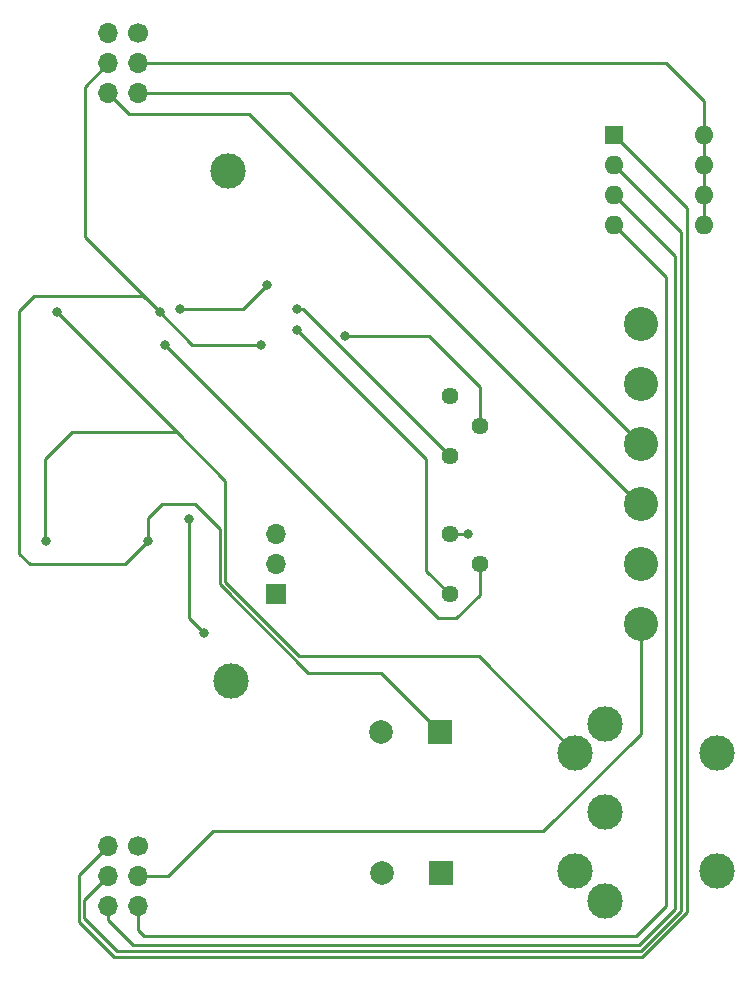
<source format=gbr>
%TF.GenerationSoftware,KiCad,Pcbnew,(7.0.0)*%
%TF.CreationDate,2023-12-04T19:23:21-08:00*%
%TF.ProjectId,Bottom_Board,426f7474-6f6d-45f4-926f-6172642e6b69,0*%
%TF.SameCoordinates,Original*%
%TF.FileFunction,Copper,L1,Top*%
%TF.FilePolarity,Positive*%
%FSLAX46Y46*%
G04 Gerber Fmt 4.6, Leading zero omitted, Abs format (unit mm)*
G04 Created by KiCad (PCBNEW (7.0.0)) date 2023-12-04 19:23:21*
%MOMM*%
%LPD*%
G01*
G04 APERTURE LIST*
%TA.AperFunction,ComponentPad*%
%ADD10R,2.000000X2.000000*%
%TD*%
%TA.AperFunction,ComponentPad*%
%ADD11C,2.000000*%
%TD*%
%TA.AperFunction,ComponentPad*%
%ADD12C,3.000000*%
%TD*%
%TA.AperFunction,ComponentPad*%
%ADD13C,1.700000*%
%TD*%
%TA.AperFunction,ComponentPad*%
%ADD14O,1.700000X1.700000*%
%TD*%
%TA.AperFunction,ComponentPad*%
%ADD15C,2.880000*%
%TD*%
%TA.AperFunction,ComponentPad*%
%ADD16C,1.440000*%
%TD*%
%TA.AperFunction,ComponentPad*%
%ADD17R,1.600000X1.600000*%
%TD*%
%TA.AperFunction,ComponentPad*%
%ADD18O,1.600000X1.600000*%
%TD*%
%TA.AperFunction,ComponentPad*%
%ADD19R,1.700000X1.700000*%
%TD*%
%TA.AperFunction,ViaPad*%
%ADD20C,0.800000*%
%TD*%
%TA.AperFunction,Conductor*%
%ADD21C,0.250000*%
%TD*%
G04 APERTURE END LIST*
D10*
%TO.P,C2,1*%
%TO.N,5V*%
X149270322Y-127507999D03*
D11*
%TO.P,C2,2*%
%TO.N,AN1*%
X144270323Y-127508000D03*
%TD*%
D12*
%TO.P,J5,1*%
%TO.N,AN1*%
X163220000Y-126786000D03*
%TO.P,J5,2*%
X163220000Y-134286000D03*
%TO.P,J5,3*%
%TO.N,5V*%
X163220000Y-141786000D03*
%TO.P,J5,4*%
%TO.N,-5V*%
X160720000Y-129286000D03*
%TO.P,J5,5*%
%TO.N,12V*%
X160720000Y-139286000D03*
%TO.P,J5,6*%
%TO.N,AN1*%
X172720000Y-129286000D03*
%TO.P,J5,7*%
X172720000Y-139286000D03*
%TD*%
D10*
%TO.P,C3,1*%
%TO.N,5V*%
X149351999Y-139445999D03*
D11*
%TO.P,C3,2*%
%TO.N,AN1*%
X144352000Y-139446000D03*
%TD*%
D13*
%TO.P,J2,1,Pin_1*%
%TO.N,AN0*%
X123698000Y-68326000D03*
D14*
%TO.P,J2,2,Pin_2*%
%TO.N,AN1*%
X121157999Y-68325999D03*
%TO.P,J2,3,Pin_3*%
X123697999Y-70865999D03*
%TO.P,J2,4,Pin_4*%
%TO.N,5V*%
X121157999Y-70865999D03*
%TO.P,J2,5,Pin_5*%
%TO.N,AN2*%
X123697999Y-73405999D03*
%TO.P,J2,6,Pin_6*%
%TO.N,AN3*%
X121157999Y-73405999D03*
%TD*%
D15*
%TO.P,J3,1,Pin_1*%
%TO.N,D11*%
X166250125Y-118364000D03*
%TO.P,J3,2,Pin_2*%
%TO.N,AN1*%
X166250125Y-113284000D03*
%TO.P,J3,3,Pin_3*%
%TO.N,AN3*%
X166250125Y-108204000D03*
%TO.P,J3,4,Pin_4*%
%TO.N,AN2*%
X166250125Y-103124000D03*
%TO.P,J3,5,Pin_5*%
%TO.N,AN1*%
X166250125Y-98044000D03*
%TO.P,J3,6,Pin_6*%
%TO.N,E23_INPUT*%
X166250125Y-92964000D03*
%TD*%
D12*
%TO.P,TP1,1,1*%
%TO.N,Net-(C4-Pad1)*%
X131572000Y-123190000D03*
%TD*%
D13*
%TO.P,J1,1,Pin_1*%
%TO.N,D17*%
X123698000Y-137160000D03*
D14*
%TO.P,J1,2,Pin_2*%
%TO.N,D43*%
X121157999Y-137159999D03*
%TO.P,J1,3,Pin_3*%
%TO.N,D11*%
X123697999Y-139699999D03*
%TO.P,J1,4,Pin_4*%
%TO.N,D44*%
X121157999Y-139699999D03*
%TO.P,J1,5,Pin_5*%
%TO.N,D10*%
X123697999Y-142239999D03*
%TO.P,J1,6,Pin_6*%
%TO.N,D18*%
X121157999Y-142239999D03*
%TD*%
D16*
%TO.P,RV2,1,1*%
%TO.N,Net-(R15-Pad2)*%
X150070000Y-115824000D03*
%TO.P,RV2,2,2*%
%TO.N,Net-(U1B--)*%
X152610000Y-113284000D03*
%TO.P,RV2,3,3*%
%TO.N,Net-(R18-Pad1)*%
X150070000Y-110744000D03*
%TD*%
D17*
%TO.P,SW2,1*%
%TO.N,D43*%
X163956999Y-76933229D03*
D18*
%TO.P,SW2,2*%
%TO.N,D44*%
X163956999Y-79473229D03*
%TO.P,SW2,3*%
%TO.N,D18*%
X163956999Y-82013229D03*
%TO.P,SW2,4*%
%TO.N,D10*%
X163956999Y-84553229D03*
%TO.P,SW2,5*%
%TO.N,AN1*%
X171576999Y-84553229D03*
%TO.P,SW2,6*%
X171576999Y-82013229D03*
%TO.P,SW2,7*%
X171576999Y-79473229D03*
%TO.P,SW2,8*%
X171576999Y-76933229D03*
%TD*%
D12*
%TO.P,TP2,1,1*%
%TO.N,Net-(U1D--)*%
X131318000Y-80010000D03*
%TD*%
D16*
%TO.P,RV1,1,1*%
%TO.N,Net-(R2-Pad1)*%
X150114000Y-104140000D03*
%TO.P,RV1,2,2*%
%TO.N,Net-(R6-Pad2)*%
X152654000Y-101600000D03*
%TO.P,RV1,3,3*%
%TO.N,Net-(R3-Pad2)*%
X150114000Y-99060000D03*
%TD*%
D19*
%TO.P,JP1,1,A*%
%TO.N,2x_OUTPUT*%
X135381999Y-115798599D03*
D14*
%TO.P,JP1,2,C*%
%TO.N,AN0*%
X135381999Y-113258599D03*
%TO.P,JP1,3,B*%
%TO.N,4x_OUTPUT*%
X135381999Y-110718599D03*
%TD*%
D20*
%TO.N,Net-(C4-Pad2)*%
X129286000Y-119126000D03*
X128016000Y-109474000D03*
%TO.N,Net-(C8-Pad2)*%
X134620000Y-89662000D03*
X127254000Y-91694000D03*
%TO.N,Net-(R2-Pad1)*%
X137160000Y-91694000D03*
%TO.N,-5V*%
X115925600Y-111302800D03*
X116789200Y-91948000D03*
%TO.N,Net-(R6-Pad2)*%
X141224000Y-93980000D03*
%TO.N,Net-(R15-Pad2)*%
X137160000Y-93472000D03*
%TO.N,Net-(U1B--)*%
X125984000Y-94742000D03*
%TO.N,Net-(R18-Pad1)*%
X151638000Y-110744000D03*
%TO.N,5V*%
X134061200Y-94691200D03*
X125501400Y-91922600D03*
X124561600Y-111328200D03*
%TD*%
D21*
%TO.N,AN3*%
X133096000Y-75184000D02*
X166116000Y-108204000D01*
X122936000Y-75184000D02*
X133096000Y-75184000D01*
X121158000Y-73406000D02*
X122936000Y-75184000D01*
X166116000Y-108204000D02*
X166250125Y-108204000D01*
%TO.N,AN2*%
X136532125Y-73406000D02*
X166250125Y-103124000D01*
X123698000Y-73406000D02*
X136532125Y-73406000D01*
%TO.N,AN1*%
X171577000Y-82013230D02*
X171577000Y-84553230D01*
X171577000Y-76933230D02*
X171577000Y-79473230D01*
X171577000Y-74041000D02*
X171577000Y-76933230D01*
X171577000Y-79473230D02*
X171577000Y-82013230D01*
X123698000Y-70866000D02*
X168402000Y-70866000D01*
X168402000Y-70866000D02*
X171577000Y-74041000D01*
%TO.N,D43*%
X121666000Y-146558000D02*
X166372792Y-146558000D01*
X118676000Y-139642000D02*
X118676000Y-143568000D01*
X121158000Y-137160000D02*
X118676000Y-139642000D01*
X118676000Y-143568000D02*
X121666000Y-146558000D01*
X170180000Y-83156230D02*
X163957000Y-76933230D01*
X170180000Y-142750792D02*
X170180000Y-83156230D01*
X166372792Y-146558000D02*
X170180000Y-142750792D01*
%TO.N,D44*%
X166244396Y-146050000D02*
X121920000Y-146050000D01*
X169672000Y-142622396D02*
X166244396Y-146050000D01*
X119126000Y-143256000D02*
X119126000Y-141732000D01*
X119126000Y-141732000D02*
X121158000Y-139700000D01*
X163957000Y-79473230D02*
X169672000Y-85188230D01*
X169672000Y-85188230D02*
X169672000Y-142622396D01*
X121920000Y-146050000D02*
X119126000Y-143256000D01*
%TO.N,D18*%
X169164000Y-142494000D02*
X169164000Y-87220230D01*
X121158000Y-142240000D02*
X121158000Y-143442081D01*
X123257919Y-145542000D02*
X166116000Y-145542000D01*
X166116000Y-145542000D02*
X169164000Y-142494000D01*
X121158000Y-143442081D02*
X123257919Y-145542000D01*
X169164000Y-87220230D02*
X163957000Y-82013230D01*
%TO.N,D10*%
X124206000Y-144780000D02*
X165862000Y-144780000D01*
X123698000Y-142240000D02*
X123698000Y-144272000D01*
X168402000Y-142240000D02*
X168402000Y-88998230D01*
X123698000Y-144272000D02*
X124206000Y-144780000D01*
X168402000Y-88998230D02*
X163957000Y-84553230D01*
X165862000Y-144780000D02*
X168402000Y-142240000D01*
%TO.N,D11*%
X157988000Y-135890000D02*
X130048000Y-135890000D01*
X126238000Y-139700000D02*
X123698000Y-139700000D01*
X130048000Y-135890000D02*
X126238000Y-139700000D01*
X166250125Y-118364000D02*
X166250125Y-127627875D01*
X166250125Y-127627875D02*
X157988000Y-135890000D01*
%TO.N,Net-(C4-Pad2)*%
X129286000Y-119126000D02*
X128016000Y-117856000D01*
X128016000Y-117856000D02*
X128016000Y-109474000D01*
%TO.N,Net-(C8-Pad2)*%
X132588000Y-91694000D02*
X134620000Y-89662000D01*
X127254000Y-91694000D02*
X132588000Y-91694000D01*
%TO.N,Net-(R2-Pad1)*%
X137668000Y-91694000D02*
X150114000Y-104140000D01*
X137160000Y-91694000D02*
X137668000Y-91694000D01*
%TO.N,-5V*%
X118110000Y-102108000D02*
X126949200Y-102108000D01*
X115925600Y-111302800D02*
X115824000Y-111201200D01*
X160720000Y-129286000D02*
X152515800Y-121081800D01*
X131064000Y-106222800D02*
X126974600Y-102133400D01*
X137337800Y-121081800D02*
X131064000Y-114808000D01*
X126949200Y-102108000D02*
X126974600Y-102133400D01*
X115824000Y-104394000D02*
X118110000Y-102108000D01*
X152515800Y-121081800D02*
X137337800Y-121081800D01*
X115824000Y-111201200D02*
X115824000Y-104394000D01*
X131064000Y-114808000D02*
X131064000Y-106222800D01*
X126974600Y-102133400D02*
X116789200Y-91948000D01*
%TO.N,Net-(R6-Pad2)*%
X152654000Y-98298000D02*
X152654000Y-101600000D01*
X141224000Y-93980000D02*
X148336000Y-93980000D01*
X148336000Y-93980000D02*
X152654000Y-98298000D01*
%TO.N,Net-(R15-Pad2)*%
X148082000Y-104394000D02*
X148082000Y-113836000D01*
X148082000Y-113836000D02*
X150070000Y-115824000D01*
X137160000Y-93472000D02*
X148082000Y-104394000D01*
%TO.N,Net-(U1B--)*%
X149098000Y-117856000D02*
X150622000Y-117856000D01*
X152610000Y-115868000D02*
X152610000Y-113284000D01*
X125984000Y-94742000D02*
X149098000Y-117856000D01*
X150622000Y-117856000D02*
X152610000Y-115868000D01*
%TO.N,Net-(R18-Pad1)*%
X150070000Y-110744000D02*
X151638000Y-110744000D01*
%TO.N,5V*%
X138098404Y-122478800D02*
X144241123Y-122478800D01*
X130614000Y-110294000D02*
X130614000Y-114994396D01*
X113639600Y-91821000D02*
X114909600Y-90551000D01*
X125730000Y-108204000D02*
X128524000Y-108204000D01*
X128524000Y-108204000D02*
X130614000Y-110294000D01*
X134061200Y-94691200D02*
X128270000Y-94691200D01*
X128270000Y-94691200D02*
X125501400Y-91922600D01*
X122605800Y-113284000D02*
X124561600Y-111328200D01*
X124561600Y-111328200D02*
X124561600Y-109372400D01*
X130614000Y-114994396D02*
X138098404Y-122478800D01*
X125501400Y-91922600D02*
X124129800Y-90551000D01*
X124129800Y-90551000D02*
X114909600Y-90551000D01*
X113639600Y-91821000D02*
X113639600Y-112420400D01*
X144241123Y-122478800D02*
X149270323Y-127508000D01*
X119151400Y-72872600D02*
X119151400Y-85572600D01*
X124561600Y-109372400D02*
X125730000Y-108204000D01*
X121158000Y-70866000D02*
X119151400Y-72872600D01*
X114503200Y-113284000D02*
X122605800Y-113284000D01*
X119151400Y-85572600D02*
X125501400Y-91922600D01*
X113639600Y-112420400D02*
X114503200Y-113284000D01*
%TD*%
M02*

</source>
